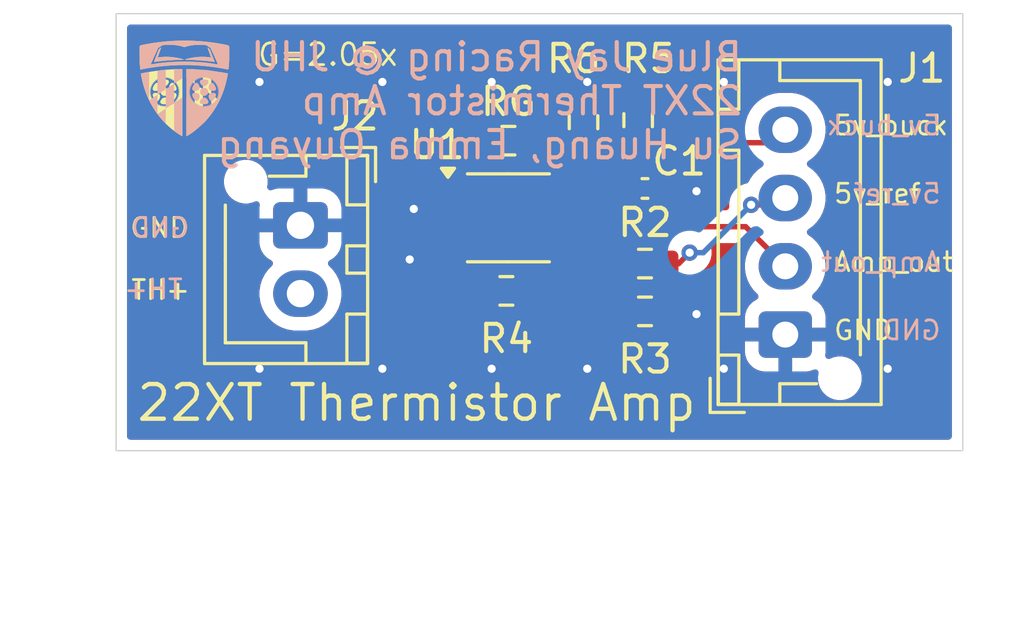
<source format=kicad_pcb>
(kicad_pcb (version 20241229) (generator "pcbnew") (generator_version "9.0")
  (layers (0 "F.Cu" signal) (2 "B.Cu" signal) (13 "F.Paste" user) (15 "B.Paste" user) (5 "F.SilkS" user "F.Silkscreen") (7 "B.SilkS" user "B.Silkscreen") (1 "F.Mask" user) (3 "B.Mask" user) (25 "Edge.Cuts" user))
  (net 0 "")
  (net 1 "5v_ref")
  (net 2 "TH+")
  (net 3 "5v_buck")
  (net 4 "TH_AMP_OUT")
  (net 5 "GND")
  (net 6 "Net-(U1-Ref)")
  (net 7 "Net-(R5-Pad2)")
  (net 8 "Net-(R1-Pad1)")
  (net 9 "Net-(R1-Pad2)")
  (footprint "Connector_JST:JST_XH_B4B-XH-AM_1x04_P2.50mm_Vertical" (layer "F.Cu") (at 198.75 87.25 90)
    (property "Reference" "J1" (at 9.75 5 180) (layer "F.SilkS"))
    (property "Value" "Conn_01x04" (hide yes))
    (pad "" np_thru_hole circle (at -1.6 2 90) (size 1.2 1.2) (drill 1.2) (layers "*.Cu" "*.Mask"))
    (pad "1" thru_hole roundrect (at 0 0 90) (size 1.7 1.95) (drill 0.95) (layers "*.Cu" "*.Mask") (roundrect_rratio 0.147059) (net 5 "GND"))
    (pad "2" thru_hole oval (at 2.5 0 90) (size 1.7 1.95) (drill 0.95) (layers "*.Cu" "*.Mask") (net 4 "TH_AMP_OUT"))
    (pad "3" thru_hole oval (at 5 0 90) (size 1.7 1.95) (drill 0.95) (layers "*.Cu" "*.Mask") (net 1 "5v_ref"))
    (pad "4" thru_hole oval (at 7.5 0 90) (size 1.7 1.95) (drill 0.95) (layers "*.Cu" "*.Mask") (net 3 "5v_buck"))
  )
  (footprint "thermistor footprint:BJR_LOGO" (layer "F.Cu") (at 176.75 78.25)
    (property "Reference" "G***" (hide yes))
    (property "Value" "BJR_LOGO" (hide yes))
  )
  (footprint "Resistor_SMD:R_0603_1608Metric" (layer "F.Cu") (at 193.61384 86.4)
    (property "Reference" "R3" (at 0 1.75 180) (layer "F.SilkS"))
    (property "Value" "2.32k" (hide yes))
    (pad "1" smd roundrect (at -0.825 0) (size 0.8 0.95) (layers "F.Cu" "F.Mask" "F.Paste") (net 6 "Net-(U1-Ref)"))
    (pad "2" smd roundrect (at 0.825 0) (size 0.8 0.95) (layers "F.Cu" "F.Mask" "F.Paste") (net 5 "GND"))
  )
  (footprint "Resistor_SMD:R_0603_1608Metric" (layer "F.Cu") (at 191.36384 79.475 90)
    (property "Reference" "R6" (at 2.325 -0.36384 180) (layer "F.SilkS"))
    (property "Value" "4.02k" (hide yes))
    (pad "1" smd roundrect (at -0.825 0 90) (size 0.8 0.95) (layers "F.Cu" "F.Mask" "F.Paste") (net 7 "Net-(R5-Pad2)"))
    (pad "2" smd roundrect (at 0.825 0 90) (size 0.8 0.95) (layers "F.Cu" "F.Mask" "F.Paste") (net 5 "GND"))
  )
  (footprint "Package_SO:VSSOP-8_3x3mm_P0.65mm" (layer "F.Cu") (at 188.61384 82.975)
    (property "Reference" "U1" (at -2.61384 -2.675 0) (layer "F.SilkS"))
    (property "Value" "INA333xxDGK" (hide yes))
    (pad "1" smd roundrect (at -2.1125 -0.975) (size 1.625 0.5) (layers "F.Cu" "F.Mask" "F.Paste") (net 8 "Net-(R1-Pad1)"))
    (pad "2" smd roundrect (at -2.1125 -0.325) (size 1.625 0.5) (layers "F.Cu" "F.Mask" "F.Paste") (net 5 "GND"))
    (pad "3" smd roundrect (at -2.1125 0.325) (size 1.625 0.5) (layers "F.Cu" "F.Mask" "F.Paste") (net 2 "TH+"))
    (pad "4" smd roundrect (at -2.1125 0.975) (size 1.625 0.5) (layers "F.Cu" "F.Mask" "F.Paste") (net 5 "GND"))
    (pad "5" smd roundrect (at 2.1125 0.975) (size 1.625 0.5) (layers "F.Cu" "F.Mask" "F.Paste") (net 6 "Net-(U1-Ref)"))
    (pad "6" smd roundrect (at 2.1125 0.325) (size 1.625 0.5) (layers "F.Cu" "F.Mask" "F.Paste") (net 4 "TH_AMP_OUT"))
    (pad "7" smd roundrect (at 2.1125 -0.325) (size 1.625 0.5) (layers "F.Cu" "F.Mask" "F.Paste") (net 3 "5v_buck"))
    (pad "8" smd roundrect (at 2.1125 -0.975) (size 1.625 0.5) (layers "F.Cu" "F.Mask" "F.Paste") (net 9 "Net-(R1-Pad2)"))
  )
  (footprint "Connector_JST:JST_XH_B2B-XH-AM_1x02_P2.50mm_Vertical" (layer "F.Cu") (at 181 83.25 -90)
    (property "Reference" "J2" (at -4 -2 0) (layer "F.SilkS"))
    (property "Value" "Conn_01x02" (hide yes))
    (pad "" np_thru_hole circle (at -1.6 2 270) (size 1.2 1.2) (drill 1.2) (layers "*.Cu" "*.Mask"))
    (pad "1" thru_hole roundrect (at 0 0 270) (size 1.7 2) (drill 1) (layers "*.Cu" "*.Mask") (roundrect_rratio 0.147059) (net 5 "GND"))
    (pad "2" thru_hole oval (at 2.5 0 270) (size 1.7 2) (drill 1) (layers "*.Cu" "*.Mask") (net 2 "TH+"))
  )
  (footprint "Resistor_SMD:R_0603_1608Metric" (layer "F.Cu") (at 193.61384 84.65 180)
    (property "Reference" "R2" (at 0 1.5 0) (layer "F.SilkS"))
    (property "Value" "7.68k" (hide yes))
    (pad "1" smd roundrect (at -0.825 0 180) (size 0.8 0.95) (layers "F.Cu" "F.Mask" "F.Paste") (net 1 "5v_ref"))
    (pad "2" smd roundrect (at 0.825 0 180) (size 0.8 0.95) (layers "F.Cu" "F.Mask" "F.Paste") (net 6 "Net-(U1-Ref)"))
  )
  (footprint "Resistor_SMD:R_0603_1608Metric" (layer "F.Cu") (at 188.53884 85.65 180)
    (property "Reference" "R4" (at 0 -1.75 0) (layer "F.SilkS"))
    (property "Value" "2k" (hide yes))
    (pad "1" smd roundrect (at -0.825 0 180) (size 0.8 0.95) (layers "F.Cu" "F.Mask" "F.Paste") (net 3 "5v_buck"))
    (pad "2" smd roundrect (at 0.825 0 180) (size 0.8 0.95) (layers "F.Cu" "F.Mask" "F.Paste") (net 2 "TH+"))
  )
  (footprint "Resistor_SMD:R_0603_1608Metric" (layer "F.Cu") (at 193.36384 79.4 90)
    (property "Reference" "R5" (at 2.25 0.38616 180) (layer "F.SilkS"))
    (property "Value" "2.49k" (hide yes))
    (pad "1" smd roundrect (at -0.825 0 90) (size 0.8 0.95) (layers "F.Cu" "F.Mask" "F.Paste") (net 3 "5v_buck"))
    (pad "2" smd roundrect (at 0.825 0 90) (size 0.8 0.95) (layers "F.Cu" "F.Mask" "F.Paste") (net 7 "Net-(R5-Pad2)"))
  )
  (footprint "Resistor_SMD:R_0603_1608Metric" (layer "F.Cu") (at 188.61384 80.15)
    (property "Reference" "RG" (at 0 -1.43 0) (layer "F.SilkS"))
    (property "Value" "95.3k" (hide yes))
    (pad "1" smd roundrect (at -0.825 0) (size 0.8 0.95) (layers "F.Cu" "F.Mask" "F.Paste") (net 8 "Net-(R1-Pad1)"))
    (pad "2" smd roundrect (at 0.825 0) (size 0.8 0.95) (layers "F.Cu" "F.Mask" "F.Paste") (net 9 "Net-(R1-Pad2)"))
  )
  (footprint "Capacitor_SMD:C_0402_1005Metric" (layer "F.Cu") (at 193.61384 81.9)
    (property "Reference" "C1" (at 1.25 -1 0) (layer "F.SilkS"))
    (property "Value" "0.1uf" (hide yes))
    (pad "1" smd roundrect (at -0.48 0) (size 0.56 0.62) (layers "F.Cu" "F.Mask" "F.Paste") (net 3 "5v_buck"))
    (pad "2" smd roundrect (at 0.48 0) (size 0.56 0.62) (layers "F.Cu" "F.Mask" "F.Paste") (net 5 "GND"))
  )
  (footprint "thermistor footprint:BJR_LOGO" (layer "B.Cu") (at 176.75 78.25 180)
    (property "Reference" "G***" (hide yes))
    (property "Value" "BJR_LOGO" (hide yes))
  )
  (gr_rect (start 174.25 75.5) (end 205.25 91.5) (stroke (width 0.05)) (fill no) (layer "Edge.Cuts"))
  (gr_text "5v_buck" (at 200.473334 80 0) (layer "F.SilkS") (effects (font (size 0.7 0.7) (thickness 0.1)) (justify left bottom)))
  (gr_text "5v_ref" (at 200.473334 82.5 -0) (layer "F.SilkS") (effects (font (size 0.7 0.7) (thickness 0.1)) (justify left bottom)))
  (gr_text "GND" (at 200.473334 87.5 -0) (layer "F.SilkS") (effects (font (size 0.7 0.7) (thickness 0.1)) (justify left bottom)))
  (gr_text "22XT Thermistor Amp\n" (at 185.25 89.75 0) (layer "F.SilkS") (effects (font (size 1.27 1.27))))
  (gr_text "TH+" (at 174.75 86.025 -0) (layer "F.SilkS") (effects (font (size 0.7 0.7) (thickness 0.1)) (justify left bottom)))
  (gr_text "G=2.05x" (at 182 77 0) (layer "F.SilkS") (effects (font (size 0.8 0.8) (thickness 0.1))))
  (gr_text "Amp_out" (at 200.473334 85 -0) (layer "F.SilkS") (effects (font (size 0.7 0.7) (thickness 0.1)) (justify left bottom)))
  (gr_text "GND" (at 174.706666 83.75 -0) (layer "F.SilkS") (effects (font (size 0.7 0.7) (thickness 0.1)) (justify left bottom)))
  (gr_text "Amp_out" (at 204.5 85 0) (layer "B.SilkS") (effects (font (size 0.7 0.7) (thickness 0.1)) (justify left bottom mirror)))
  (gr_text "GND" (at 177 83.75 0) (layer "B.SilkS") (effects (font (size 0.7 0.7) (thickness 0.1)) (justify left bottom mirror)))
  (gr_text "Blue Jay Racing @ JHU\n22XT Thermistor Amp\nSu Huang, Emma Ouyang" (at 197.25 76.5 0) (layer "B.SilkS") (effects (font (size 1 1)) (justify left top mirror)))
  (gr_text "5v_buck" (at 204.5 80 -0) (layer "B.SilkS") (effects (font (size 0.7 0.7) (thickness 0.1)) (justify left bottom mirror)))
  (gr_text "TH+" (at 176.75 86 0) (layer "B.SilkS") (effects (font (size 0.7 0.7) (thickness 0.1)) (justify left bottom mirror)))
  (gr_text "5v_ref" (at 204.5 82.5 0) (layer "B.SilkS") (effects (font (size 0.7 0.7) (thickness 0.1)) (justify left bottom mirror)))
  (gr_text "GND" (at 204.5 87.5 0) (layer "B.SilkS") (effects (font (size 0.7 0.7) (thickness 0.1)) (justify left bottom mirror)))
  (segment (start 194.43884 84.65) (end 194.85 84.65) (width 0.2) (layer "F.Cu") (net 1))
  (segment (start 198.75 82.25) (end 198.5 82.5) (width 0.2) (layer "F.Cu") (net 1))
  (segment (start 198.5 82.5) (end 197.5 82.5) (width 0.2) (layer "F.Cu") (net 1))
  (segment (start 194.85 84.65) (end 195.25 84.25) (width 0.2) (layer "F.Cu") (net 1))
  (via (at 195.25 84.25) (size 0.6) (drill 0.3) (layers "F.Cu" "B.Cu") (net 1))
  (via (at 197.5 82.5) (size 0.6) (drill 0.3) (layers "F.Cu" "B.Cu") (net 1))
  (segment (start 195.75 84.25) (end 195.25 84.25) (width 0.2) (layer "B.Cu") (net 1))
  (segment (start 197.5 82.5) (end 195.75 84.25) (width 0.2) (layer "B.Cu") (net 1))
  (segment (start 186.50134 83.3) (end 181.05 83.3) (width 0.2) (layer "F.Cu") (net 2))
  (segment (start 187.71384 85.65) (end 187.71384 83.700001) (width 0.2) (layer "F.Cu") (net 2))
  (segment (start 181.05 83.3) (end 181 83.25) (width 0.2) (layer "F.Cu") (net 2))
  (segment (start 187.71384 83.700001) (end 187.313839 83.3) (width 0.2) (layer "F.Cu") (net 2))
  (segment (start 187.313839 83.3) (end 186.50134 83.3) (width 0.2) (layer "F.Cu") (net 2))
  (segment (start 198.275 80.225) (end 198.75 79.75) (width 0.2) (layer "F.Cu") (net 3))
  (segment (start 193.36384 80.225) (end 193.36384 81.67) (width 0.2) (layer "F.Cu") (net 3))
  (segment (start 193.36384 81.67) (end 193.13384 81.9) (width 0.2) (layer "F.Cu") (net 3))
  (segment (start 189.913841 82.65) (end 190.72634 82.65) (width 0.2) (layer "F.Cu") (net 3))
  (segment (start 189.36384 83.200001) (end 189.913841 82.65) (width 0.2) (layer "F.Cu") (net 3))
  (segment (start 193.36384 80.225) (end 198.275 80.225) (width 0.2) (layer "F.Cu") (net 3))
  (segment (start 189.36384 85.65) (end 189.36384 83.200001) (width 0.2) (layer "F.Cu") (net 3))
  (segment (start 190.72634 82.65) (end 192.38384 82.65) (width 0.2) (layer "F.Cu") (net 3))
  (segment (start 192.38384 82.65) (end 193.13384 81.9) (width 0.2) (layer "F.Cu") (net 3))
  (segment (start 197.3 83.3) (end 190.72634 83.3) (width 0.2) (layer "F.Cu") (net 4))
  (segment (start 198.75 84.75) (end 197.3 83.3) (width 0.2) (layer "F.Cu") (net 4))
  (segment (start 195.4 81.9) (end 195.5 82) (width 0.2) (layer "F.Cu") (net 5))
  (segment (start 194.43884 86.4) (end 195.4 86.4) (width 0.2) (layer "F.Cu") (net 5))
  (segment (start 191.36384 78.13616) (end 191.5 78) (width 0.2) (layer "F.Cu") (net 5))
  (segment (start 191.36384 78.65) (end 191.36384 78.13616) (width 0.2) (layer "F.Cu") (net 5))
  (segment (start 186.50134 82.65) (end 185.15 82.65) (width 0.2) (layer "F.Cu") (net 5))
  (segment (start 185.55 83.95) (end 185 84.5) (width 0.2) (layer "F.Cu") (net 5))
  (segment (start 186.50134 83.95) (end 185.55 83.95) (width 0.2) (layer "F.Cu") (net 5))
  (segment (start 194.09384 81.9) (end 195.4 81.9) (width 0.2) (layer "F.Cu") (net 5))
  (segment (start 195.4 86.4) (end 195.5 86.5) (width 0.2) (layer "F.Cu") (net 5))
  (via (at 188 88.5) (size 0.45) (drill 0.3) (layers "F.Cu" "B.Cu") (net 5))
  (via (at 191.5 78) (size 0.45) (drill 0.3) (layers "F.Cu" "B.Cu") (net 5))
  (via (at 202.5 88.5) (size 0.45) (drill 0.3) (layers "F.Cu" "B.Cu") (net 5))
  (via (at 191.5 88.5) (size 0.45) (drill 0.3) (layers "F.Cu" "B.Cu") (net 5))
  (via (at 179.5 78) (size 0.45) (drill 0.3) (layers "F.Cu" "B.Cu") (net 5))
  (via (at 195.5 86.5) (size 0.45) (drill 0.3) (layers "F.Cu" "B.Cu") (net 5))
  (via (at 185.15 82.65) (size 0.45) (drill 0.3) (layers "F.Cu" "B.Cu") (net 5))
  (via (at 185 84.5) (size 0.45) (drill 0.3) (layers "F.Cu" "B.Cu") (net 5))
  (via (at 179.5 88.5) (size 0.45) (drill 0.3) (layers "F.Cu" "B.Cu") (net 5))
  (via (at 184 78) (size 0.45) (drill 0.3) (layers "F.Cu" "B.Cu") (net 5))
  (via (at 196.5 88.5) (size 0.45) (drill 0.3) (layers "F.Cu" "B.Cu") (net 5))
  (via (at 188 78) (size 0.45) (drill 0.3) (layers "F.Cu" "B.Cu") (net 5))
  (via (at 184 88.5) (size 0.45) (drill 0.3) (layers "F.Cu" "B.Cu") (net 5))
  (via (at 195.5 82) (size 0.6) (drill 0.3) (layers "F.Cu" "B.Cu") (net 5))
  (via (at 202.5 78) (size 0.45) (drill 0.3) (layers "F.Cu" "B.Cu") (net 5))
  (via (at 196.5 78) (size 0.45) (drill 0.3) (layers "F.Cu" "B.Cu") (net 5))
  (segment (start 190.77634 83.9) (end 190.72634 83.95) (width 0.2) (layer "F.Cu") (net 6))
  (segment (start 192.08884 83.95) (end 192.78884 84.65) (width 0.2) (layer "F.Cu") (net 6))
  (segment (start 190.72634 83.95) (end 192.08884 83.95) (width 0.2) (layer "F.Cu") (net 6))
  (segment (start 192.78884 84.65) (end 192.78884 86.4) (width 0.2) (layer "F.Cu") (net 6))
  (segment (start 193.61384 78.575) (end 193.33884 78.575) (width 0.2) (layer "F.Cu") (net 7))
  (segment (start 193.33884 78.575) (end 191.61384 80.3) (width 0.2) (layer "F.Cu") (net 7))
  (segment (start 187.78884 80.7125) (end 186.50134 82) (width 0.2) (layer "F.Cu") (net 8))
  (segment (start 187.78884 80.15) (end 187.78884 80.7125) (width 0.2) (layer "F.Cu") (net 8))
  (segment (start 189.43884 80.15) (end 189.43884 80.7125) (width 0.2) (layer "F.Cu") (net 9))
  (segment (start 189.43884 80.7125) (end 190.72634 82) (width 0.2) (layer "F.Cu") (net 9))
  (zone (net 5) (net_name "GND") (layers "F.Cu" "B.Cu") (connect_pads (clearance 0.5)) (min_thickness 0.25) (fill yes (thermal_gap 0.5) (thermal_bridge_width 0.5) (island_removal_mode 2) (island_area_min 10))
    (polygon (pts (xy 170 75) (xy 207.5 75) (xy 207.5 98) (xy 170 98)))
  )
)
</source>
